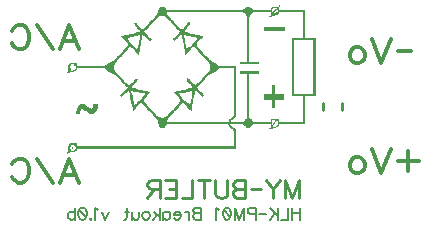
<source format=gbr>
G04 DipTrace 2.4.0.2*
%INBottomSilk.gbr*%
%MOIN*%
%ADD10C,0.0098*%
%ADD12C,0.003*%
%ADD30C,0.0124*%
%ADD31C,0.0093*%
%ADD32C,0.0062*%
%FSLAX44Y44*%
G04*
G70*
G90*
G75*
G01*
%LNBotSilk*%
%LPD*%
X15891Y8728D2*
D10*
Y8492D1*
X15262Y8728D2*
Y8492D1*
X13790Y11984D2*
D12*
D3*
Y11954D2*
D3*
X9830Y11924D2*
X9950D1*
X12710D2*
X12800D1*
X13550D2*
X13760D1*
X9806Y11894D2*
X9980D1*
X12664D2*
X12844D1*
X13536D2*
X13550D1*
X13724D2*
X13760D1*
X9789Y11864D2*
X10010D1*
X12614D2*
X12884D1*
X13527D2*
X13536D1*
X13670D2*
X13700D1*
X13742D2*
X13760D1*
X9779Y11834D2*
X13528D1*
X13640D2*
X13667D1*
X13752D2*
X14630D1*
X9774Y11804D2*
X13525D1*
X13640D2*
X13637D1*
X13758D2*
X14630D1*
X9769Y11774D2*
X13528D1*
X13610D2*
X13608D1*
X13753D2*
X14630D1*
X9761Y11744D2*
X10015D1*
X12613D2*
X12887D1*
X13520D2*
X13556D1*
X13580D2*
X13579D1*
X13725D2*
X13760D1*
X14600D2*
X14630D1*
X9745Y11714D2*
X10024D1*
X12657D2*
X12853D1*
X13520D2*
X13636D1*
X13645D2*
X13760D1*
X14600D2*
X14630D1*
X9724Y11684D2*
X10037D1*
X12689D2*
X12824D1*
X13520D2*
X13702D1*
X14600D2*
X14630D1*
X9702Y11654D2*
X10055D1*
X12711D2*
X12801D1*
X13520D2*
X13609D1*
X14600D2*
X14630D1*
X9676Y11624D2*
X9766D1*
X10010D2*
X10081D1*
X12725D2*
X12786D1*
X13460D2*
X13490D1*
X14600D2*
X14630D1*
X9650Y11594D2*
X9729D1*
X10039D2*
X10114D1*
X12734D2*
X12777D1*
X14600D2*
X14630D1*
X9624Y11564D2*
X9695D1*
X10065D2*
X10146D1*
X12738D2*
X12773D1*
X14600D2*
X14630D1*
X9601Y11534D2*
X9667D1*
X10089D2*
X10174D1*
X12739D2*
X12771D1*
X14600D2*
X14630D1*
X9575Y11504D2*
X9642D1*
X10115D2*
X10198D1*
X12740D2*
X12771D1*
X14600D2*
X14630D1*
X9543Y11474D2*
X9616D1*
X10147D2*
X10224D1*
X12740D2*
X12770D1*
X14600D2*
X14630D1*
X9509Y11444D2*
X9590D1*
X10181D2*
X10251D1*
X12740D2*
X12770D1*
X14600D2*
X14630D1*
X8990Y11414D2*
D3*
X9479D2*
X9563D1*
X10211D2*
X10277D1*
X10760D2*
X10790D1*
X12740D2*
X12770D1*
X14600D2*
X14630D1*
X8979Y11384D2*
X9020D1*
X9454D2*
X9537D1*
X10236D2*
X10303D1*
X10741D2*
X10802D1*
X12740D2*
X12770D1*
X14600D2*
X14630D1*
X8982Y11354D2*
X9041D1*
X9431D2*
X9508D1*
X10260D2*
X10333D1*
X10719D2*
X10795D1*
X12740D2*
X12770D1*
X14600D2*
X14630D1*
X9001Y11324D2*
X9070D1*
X9405D2*
X9476D1*
X10286D2*
X10365D1*
X10695D2*
X10768D1*
X12740D2*
X12770D1*
X14600D2*
X14630D1*
X9024Y11294D2*
X9102D1*
X9374D2*
X9444D1*
X10316D2*
X10396D1*
X10669D2*
X10737D1*
X12740D2*
X12770D1*
X14600D2*
X14630D1*
X9048Y11264D2*
X9132D1*
X9342D2*
X9417D1*
X10348D2*
X10424D1*
X10643D2*
X10709D1*
X12740D2*
X12770D1*
X13310D2*
X13970D1*
X14600D2*
X14630D1*
X9074Y11234D2*
X9158D1*
X9311D2*
X9393D1*
X10378D2*
X10449D1*
X10616D2*
X10684D1*
X12740D2*
X12770D1*
X13310D2*
X13970D1*
X14600D2*
X14630D1*
X9102Y11204D2*
X9186D1*
X9279D2*
X9369D1*
X10406D2*
X10476D1*
X10582D2*
X10662D1*
X12740D2*
X12770D1*
X13310D2*
X13970D1*
X14600D2*
X14630D1*
X9129Y11174D2*
X9221D1*
X9242D2*
X9340D1*
X10433D2*
X10511D1*
X10538D2*
X10642D1*
X12740D2*
X12770D1*
X13310D2*
X13970D1*
X14600D2*
X14630D1*
X9149Y11144D2*
X9302D1*
X10461D2*
X10627D1*
X12740D2*
X12770D1*
X13310D2*
X13970D1*
X14600D2*
X14630D1*
X9162Y11114D2*
X9260D1*
X10490D2*
X10617D1*
X12740D2*
X12770D1*
X14600D2*
X14630D1*
X9020Y11084D2*
X9294D1*
X10470D2*
X10730D1*
X12740D2*
X12770D1*
X14600D2*
X14630D1*
X9020Y11054D2*
X9324D1*
X10448D2*
X10730D1*
X12740D2*
X12770D1*
X14600D2*
X14630D1*
X8851Y11024D2*
X9352D1*
X10420D2*
X10905D1*
X12740D2*
X12770D1*
X14600D2*
X14630D1*
X8692Y10994D2*
X9007D1*
X9170D2*
X9200D1*
X9283D2*
X9380D1*
X10387D2*
X10461D1*
X10550D2*
X10610D1*
X10755D2*
X11074D1*
X12740D2*
X12770D1*
X14600D2*
X14630D1*
X8540Y10964D2*
X8872D1*
X9170D2*
X9200D1*
X9327D2*
X9406D1*
X10355D2*
X10435D1*
X10551D2*
X10610D1*
X10924D2*
X11240D1*
X12740D2*
X12770D1*
X14600D2*
X14630D1*
X8560Y10934D2*
X8779D1*
X9169D2*
X9199D1*
X9360D2*
X9430D1*
X10327D2*
X10411D1*
X10553D2*
X10611D1*
X11090D2*
X11219D1*
X12740D2*
X12770D1*
X14600D2*
X14630D1*
X8581Y10904D2*
X8711D1*
X9165D2*
X9195D1*
X9387D2*
X9456D1*
X10302D2*
X10385D1*
X10558D2*
X10615D1*
X11084D2*
X11195D1*
X12740D2*
X12770D1*
X14600D2*
X14630D1*
X8607Y10874D2*
X8714D1*
X9158D2*
X9188D1*
X9414D2*
X9491D1*
X10277D2*
X10353D1*
X10574D2*
X10622D1*
X11072D2*
X11163D1*
X12740D2*
X12770D1*
X14240D2*
X14990D1*
X8637Y10844D2*
X8731D1*
X9150D2*
X9180D1*
X9442D2*
X9530D1*
X10250D2*
X10317D1*
X10590D2*
X10630D1*
X11051D2*
X11128D1*
X12740D2*
X12770D1*
X14240D2*
X14990D1*
X8672Y10814D2*
X8754D1*
X9145D2*
X9175D1*
X9470D2*
D3*
X10280D2*
D3*
X10600D2*
X10635D1*
X11023D2*
X11096D1*
X12740D2*
X12770D1*
X14240D2*
X14270D1*
X14930D2*
X14990D1*
X8705Y10784D2*
X8777D1*
X9142D2*
X9172D1*
X10606D2*
X10638D1*
X10992D2*
X11067D1*
X12740D2*
X12770D1*
X14240D2*
X14270D1*
X14930D2*
X14990D1*
X8732Y10754D2*
X8800D1*
X9139D2*
X9170D1*
X10610D2*
X10641D1*
X10962D2*
X11045D1*
X12740D2*
X12770D1*
X14240D2*
X14270D1*
X14930D2*
X14990D1*
X8751Y10724D2*
X8826D1*
X9131D2*
X9166D1*
X10615D2*
X10645D1*
X10935D2*
X11028D1*
X12740D2*
X12770D1*
X14240D2*
X14270D1*
X14930D2*
X14990D1*
X8764Y10694D2*
X8857D1*
X9116D2*
X9158D1*
X10622D2*
X10652D1*
X10908D2*
X11016D1*
X12740D2*
X12770D1*
X14240D2*
X14270D1*
X14930D2*
X14990D1*
X8760Y10664D2*
X8891D1*
X9101D2*
X9150D1*
X10630D2*
X10660D1*
X10880D2*
X11023D1*
X12740D2*
X12770D1*
X14240D2*
X14270D1*
X14930D2*
X14990D1*
X8744Y10634D2*
X8921D1*
X9090D2*
X9145D1*
X10635D2*
X10666D1*
X10853D2*
X11036D1*
X12740D2*
X12770D1*
X14240D2*
X14270D1*
X14930D2*
X14990D1*
X8723Y10604D2*
X8774D1*
X8878D2*
X8946D1*
X9084D2*
X9142D1*
X10638D2*
X10671D1*
X10825D2*
X10874D1*
X11006D2*
X11053D1*
X12740D2*
X12770D1*
X14240D2*
X14270D1*
X14930D2*
X14990D1*
X8696Y10574D2*
X8762D1*
X8900D2*
X8971D1*
X9081D2*
X9140D1*
X10641D2*
X10678D1*
X10786D2*
X10862D1*
X11019D2*
X11073D1*
X12740D2*
X12770D1*
X14240D2*
X14270D1*
X14930D2*
X14990D1*
X8665Y10544D2*
X8741D1*
X8928D2*
X9001D1*
X9075D2*
X9136D1*
X10645D2*
X10701D1*
X10732D2*
X10841D1*
X11039D2*
X11101D1*
X12740D2*
X12770D1*
X14240D2*
X14270D1*
X14930D2*
X14990D1*
X8634Y10514D2*
X8713D1*
X8958D2*
X9038D1*
X9064D2*
X9128D1*
X10652D2*
X10813D1*
X11063D2*
X11134D1*
X12740D2*
X12770D1*
X14240D2*
X14270D1*
X14930D2*
X14990D1*
X8607Y10484D2*
X8682D1*
X8985D2*
X9120D1*
X10660D2*
X10782D1*
X11087D2*
X11166D1*
X12740D2*
X12770D1*
X14240D2*
X14270D1*
X14930D2*
X14990D1*
X8583Y10454D2*
X8652D1*
X9008D2*
X9115D1*
X10665D2*
X10752D1*
X11110D2*
X11194D1*
X12740D2*
X12770D1*
X14240D2*
X14270D1*
X14930D2*
X14990D1*
X8559Y10424D2*
X8625D1*
X9030D2*
X9112D1*
X10668D2*
X10725D1*
X11136D2*
X11218D1*
X12740D2*
X12770D1*
X14240D2*
X14270D1*
X14930D2*
X14990D1*
X8531Y10394D2*
X8598D1*
X9055D2*
X9111D1*
X10670D2*
X10698D1*
X11167D2*
X11244D1*
X12740D2*
X12770D1*
X14240D2*
X14270D1*
X14930D2*
X14990D1*
X8497Y10364D2*
X8570D1*
X9080D2*
X9110D1*
X10670D2*
D3*
X11201D2*
X11271D1*
X12740D2*
X12770D1*
X14240D2*
X14270D1*
X14930D2*
X14990D1*
X8465Y10334D2*
X8545D1*
X11231D2*
X11297D1*
X12740D2*
X12770D1*
X14240D2*
X14270D1*
X14930D2*
X14990D1*
X8437Y10304D2*
X8521D1*
X11256D2*
X11323D1*
X12740D2*
X12770D1*
X14240D2*
X14270D1*
X14930D2*
X14990D1*
X8412Y10274D2*
X8495D1*
X11280D2*
X11353D1*
X12740D2*
X12770D1*
X14240D2*
X14270D1*
X14930D2*
X14990D1*
X8386Y10244D2*
X8463D1*
X11306D2*
X11385D1*
X12740D2*
X12770D1*
X14240D2*
X14270D1*
X14930D2*
X14990D1*
X8360Y10214D2*
X8429D1*
X11336D2*
X11416D1*
X12740D2*
X12770D1*
X14240D2*
X14270D1*
X14930D2*
X14990D1*
X8333Y10184D2*
X8399D1*
X11368D2*
X11445D1*
X12740D2*
X12770D1*
X14240D2*
X14270D1*
X14930D2*
X14990D1*
X8302Y10154D2*
X8374D1*
X11398D2*
X11473D1*
X12740D2*
X12770D1*
X14240D2*
X14270D1*
X14930D2*
X14990D1*
X8257Y10124D2*
X8351D1*
X11426D2*
X11515D1*
X12740D2*
X12770D1*
X14240D2*
X14270D1*
X14930D2*
X14990D1*
X7070Y10094D2*
D3*
X8192D2*
X8327D1*
X11452D2*
X11576D1*
X12500D2*
X13100D1*
X14240D2*
X14270D1*
X14930D2*
X14990D1*
X6830Y10064D2*
X7040D1*
X8123D2*
X8305D1*
X11475D2*
X11640D1*
X12500D2*
X13100D1*
X14240D2*
X14270D1*
X14930D2*
X14990D1*
X6803Y10034D2*
X6830D1*
X6969D2*
X7040D1*
X8068D2*
X8288D1*
X11492D2*
X11690D1*
X14240D2*
X14270D1*
X14930D2*
X14990D1*
X6782Y10004D2*
X6816D1*
X6950D2*
D3*
X7009D2*
X7040D1*
X8026D2*
X8278D1*
X11502D2*
X11727D1*
X14240D2*
X14270D1*
X14930D2*
X14990D1*
X6776Y9974D2*
X6808D1*
X6950D2*
D3*
X7028D2*
X7040D1*
X8012D2*
X8274D1*
X11507D2*
X11740D1*
X14240D2*
X14270D1*
X14930D2*
X14990D1*
X6773Y9944D2*
X6805D1*
X6920D2*
D3*
X7035D2*
X8272D1*
X11509D2*
X12320D1*
X14240D2*
X14270D1*
X14930D2*
X14990D1*
X6771Y9914D2*
X6807D1*
X6890D2*
D3*
X7031D2*
X8271D1*
X11510D2*
X12320D1*
X14240D2*
X14270D1*
X14930D2*
X14990D1*
X6771Y9884D2*
X6813D1*
X6860D2*
D3*
X7015D2*
X7040D1*
X7997D2*
X8272D1*
X11509D2*
X11754D1*
X12290D2*
X12320D1*
X14240D2*
X14270D1*
X14930D2*
X14990D1*
X6770Y9854D2*
X6822D1*
X6997D2*
X7040D1*
X8028D2*
X8277D1*
X11504D2*
X11727D1*
X12290D2*
X12320D1*
X14240D2*
X14270D1*
X14930D2*
X14990D1*
X6770Y9824D2*
X6830D1*
X6980D2*
D3*
X8074D2*
X8289D1*
X11492D2*
X11685D1*
X12290D2*
X12320D1*
X14240D2*
X14270D1*
X14930D2*
X14990D1*
X6770Y9794D2*
X6875D1*
X8139D2*
X8309D1*
X11471D2*
X11625D1*
X12290D2*
X12320D1*
X12500D2*
X13100D1*
X14240D2*
X14270D1*
X14930D2*
X14990D1*
X6740Y9764D2*
D3*
X8208D2*
X8333D1*
X11443D2*
X11560D1*
X12290D2*
X12320D1*
X12500D2*
X13100D1*
X14240D2*
X14270D1*
X14930D2*
X14990D1*
X8264Y9734D2*
X8357D1*
X11412D2*
X11509D1*
X12290D2*
X12320D1*
X12740D2*
X12770D1*
X14240D2*
X14270D1*
X14930D2*
X14990D1*
X8304Y9704D2*
X8380D1*
X11382D2*
X11473D1*
X12290D2*
X12320D1*
X12740D2*
X12770D1*
X14240D2*
X14270D1*
X14930D2*
X14990D1*
X8335Y9674D2*
X8406D1*
X11355D2*
X11443D1*
X12290D2*
X12320D1*
X12740D2*
X12770D1*
X14240D2*
X14270D1*
X14930D2*
X14990D1*
X8363Y9644D2*
X8437D1*
X11327D2*
X11412D1*
X12290D2*
X12320D1*
X12740D2*
X12770D1*
X14240D2*
X14270D1*
X14930D2*
X14990D1*
X8393Y9614D2*
X8472D1*
X11299D2*
X11377D1*
X12290D2*
X12320D1*
X12740D2*
X12770D1*
X14240D2*
X14270D1*
X14930D2*
X14990D1*
X8425Y9584D2*
X8505D1*
X11271D2*
X11341D1*
X12290D2*
X12320D1*
X12740D2*
X12770D1*
X14240D2*
X14270D1*
X14930D2*
X14990D1*
X8458Y9554D2*
X8534D1*
X9020D2*
D3*
X10730D2*
D3*
X11244D2*
X11310D1*
X12290D2*
X12320D1*
X12740D2*
X12770D1*
X14240D2*
X14270D1*
X14930D2*
X14990D1*
X8488Y9524D2*
X8558D1*
X9000D2*
X9050D1*
X10719D2*
X10790D1*
X11217D2*
X11285D1*
X12290D2*
X12320D1*
X12740D2*
X12770D1*
X14240D2*
X14270D1*
X14930D2*
X14990D1*
X8516Y9494D2*
X8581D1*
X8978D2*
X9034D1*
X10722D2*
X10806D1*
X11188D2*
X11261D1*
X12290D2*
X12320D1*
X12740D2*
X12770D1*
X14240D2*
X14270D1*
X14930D2*
X14990D1*
X8543Y9464D2*
X8610D1*
X8950D2*
X9013D1*
X10745D2*
X10828D1*
X11156D2*
X11235D1*
X12290D2*
X12320D1*
X12740D2*
X12770D1*
X14240D2*
X14270D1*
X14930D2*
X14990D1*
X8570Y9434D2*
X8643D1*
X8917D2*
X8988D1*
X10776D2*
X10852D1*
X11124D2*
X11204D1*
X12290D2*
X12320D1*
X12740D2*
X12770D1*
X14240D2*
X14270D1*
X14930D2*
X14990D1*
X8596Y9404D2*
X8676D1*
X8884D2*
X8964D1*
X10807D2*
X10878D1*
X11096D2*
X11172D1*
X12290D2*
X12320D1*
X12740D2*
X12770D1*
X14240D2*
X14270D1*
X14930D2*
X14990D1*
X8620Y9374D2*
X8705D1*
X8856D2*
X8941D1*
X10834D2*
X10905D1*
X11072D2*
X11142D1*
X12290D2*
X12320D1*
X12740D2*
X12770D1*
X14240D2*
X14270D1*
X14930D2*
X14990D1*
X8646Y9344D2*
X8734D1*
X8826D2*
X8916D1*
X10857D2*
X10939D1*
X11045D2*
X11115D1*
X12290D2*
X12320D1*
X12740D2*
X12770D1*
X14240D2*
X14270D1*
X14930D2*
X14990D1*
X8678Y9314D2*
X8770D1*
X8791D2*
X8889D1*
X10878D2*
X10982D1*
X11010D2*
X11088D1*
X12290D2*
X12320D1*
X12740D2*
X12770D1*
X13550D2*
X13640D1*
X14240D2*
X14270D1*
X14930D2*
X14990D1*
X8714Y9284D2*
X8867D1*
X10894D2*
X11059D1*
X12290D2*
X12320D1*
X12740D2*
X12770D1*
X13550D2*
X13640D1*
X14240D2*
X14270D1*
X14930D2*
X14990D1*
X8750Y9254D2*
X8851D1*
X10903D2*
X11030D1*
X12290D2*
X12320D1*
X12740D2*
X12770D1*
X13550D2*
X13640D1*
X14240D2*
X14270D1*
X14930D2*
X14990D1*
X8726Y9224D2*
X8990D1*
X10760D2*
X11050D1*
X12290D2*
X12320D1*
X12740D2*
X12770D1*
X13550D2*
X13640D1*
X14240D2*
X14270D1*
X14930D2*
X14990D1*
X8697Y9194D2*
X8990D1*
X10760D2*
X11072D1*
X12290D2*
X12320D1*
X12740D2*
X12770D1*
X13550D2*
X13640D1*
X14240D2*
X14270D1*
X14930D2*
X14990D1*
X8665Y9164D2*
X9159D1*
X10600D2*
X11100D1*
X12290D2*
X12320D1*
X12740D2*
X12770D1*
X13550D2*
X13640D1*
X14240D2*
X14270D1*
X14930D2*
X14990D1*
X8634Y9134D2*
X8717D1*
X8810D2*
X8840D1*
X9015D2*
X9318D1*
X10440D2*
X10730D1*
X10910D2*
X10970D1*
X11059D2*
X11134D1*
X12290D2*
X12320D1*
X12740D2*
X12770D1*
X13550D2*
X13640D1*
X14240D2*
X14270D1*
X14930D2*
X14990D1*
X8607Y9104D2*
X8683D1*
X8810D2*
X8841D1*
X9184D2*
X9470D1*
X10280D2*
X10580D1*
X10910D2*
X10970D1*
X11085D2*
X11166D1*
X12290D2*
X12320D1*
X12740D2*
X12770D1*
X13550D2*
X13640D1*
X14240D2*
X14270D1*
X14930D2*
X14990D1*
X8583Y9074D2*
X8653D1*
X8811D2*
X8843D1*
X9350D2*
X9451D1*
X10301D2*
X10430D1*
X10909D2*
X10968D1*
X11109D2*
X11194D1*
X12290D2*
X12320D1*
X12740D2*
X12770D1*
X13550D2*
X13640D1*
X14240D2*
X14270D1*
X14930D2*
X14990D1*
X8560Y9044D2*
X8625D1*
X8815D2*
X8848D1*
X9343D2*
X9429D1*
X10326D2*
X10436D1*
X10905D2*
X10963D1*
X11135D2*
X11218D1*
X12290D2*
X12320D1*
X12740D2*
X12770D1*
X13550D2*
X13640D1*
X14240D2*
X14270D1*
X14930D2*
X14990D1*
X8536Y9014D2*
X8598D1*
X8822D2*
X8864D1*
X9321D2*
X9405D1*
X10358D2*
X10449D1*
X10898D2*
X10947D1*
X11168D2*
X11244D1*
X12290D2*
X12320D1*
X12740D2*
X12770D1*
X13310D2*
X13940D1*
X14240D2*
X14990D1*
X8510Y8984D2*
X8569D1*
X8830D2*
X8880D1*
X9294D2*
X9379D1*
X10391D2*
X10468D1*
X10890D2*
X10931D1*
X11204D2*
X11270D1*
X12290D2*
X12320D1*
X12740D2*
X12770D1*
X13310D2*
X13940D1*
X14240D2*
X14990D1*
X8540Y8954D2*
D3*
X8835D2*
X8890D1*
X9267D2*
X9353D1*
X10421D2*
X10490D1*
X10885D2*
X10920D1*
X11240D2*
D3*
X12290D2*
X12320D1*
X12740D2*
X12770D1*
X13310D2*
X13940D1*
X14600D2*
X14630D1*
X8838Y8924D2*
X8896D1*
X9243D2*
X9327D1*
X10446D2*
X10514D1*
X10882D2*
X10914D1*
X12290D2*
X12320D1*
X12740D2*
X12770D1*
X13310D2*
X13940D1*
X14600D2*
X14630D1*
X8841Y8894D2*
X8900D1*
X9220D2*
X9299D1*
X10468D2*
X10543D1*
X10880D2*
X10911D1*
X12290D2*
X12320D1*
X12740D2*
X12770D1*
X13310D2*
X13940D1*
X14600D2*
X14630D1*
X8845Y8864D2*
X8905D1*
X9195D2*
X9273D1*
X10487D2*
X10575D1*
X10876D2*
X10906D1*
X12290D2*
X12320D1*
X12740D2*
X12770D1*
X13550D2*
X13640D1*
X14600D2*
X14630D1*
X8852Y8834D2*
X8912D1*
X9164D2*
X9252D1*
X10502D2*
X10606D1*
X10868D2*
X10898D1*
X12290D2*
X12320D1*
X12740D2*
X12770D1*
X13550D2*
X13640D1*
X14600D2*
X14630D1*
X8860Y8804D2*
X8920D1*
X9132D2*
X9250D1*
X10500D2*
X10634D1*
X10860D2*
X10891D1*
X12290D2*
X12320D1*
X12740D2*
X12770D1*
X13550D2*
X13640D1*
X14600D2*
X14630D1*
X8865Y8774D2*
X8925D1*
X9102D2*
X9264D1*
X10491D2*
X10658D1*
X10855D2*
X10885D1*
X12290D2*
X12320D1*
X12740D2*
X12770D1*
X13550D2*
X13640D1*
X14600D2*
X14630D1*
X8868Y8744D2*
X8928D1*
X9075D2*
X9287D1*
X10475D2*
X10684D1*
X10849D2*
X10882D1*
X12290D2*
X12320D1*
X12740D2*
X12770D1*
X13550D2*
X13640D1*
X14600D2*
X14630D1*
X8872Y8714D2*
X8931D1*
X9046D2*
X9136D1*
X9231D2*
X9317D1*
X10453D2*
X10520D1*
X10640D2*
X10723D1*
X10839D2*
X10880D1*
X12290D2*
X12320D1*
X12740D2*
X12770D1*
X13550D2*
X13640D1*
X14600D2*
X14630D1*
X7160Y8684D2*
X7280D1*
X7610D2*
X7730D1*
X8880D2*
X8936D1*
X9013D2*
X9099D1*
X9264D2*
X9347D1*
X10424D2*
X10491D1*
X10669D2*
X10781D1*
X10804D2*
X10876D1*
X12290D2*
X12320D1*
X12740D2*
X12770D1*
X13550D2*
X13640D1*
X14600D2*
X14630D1*
X7131Y8654D2*
X7321D1*
X7609D2*
X7730D1*
X8895D2*
X8946D1*
X8974D2*
X9065D1*
X9297D2*
X9374D1*
X10392D2*
X10465D1*
X10695D2*
X10868D1*
X12290D2*
X12320D1*
X12740D2*
X12770D1*
X13550D2*
X13640D1*
X14600D2*
X14630D1*
X7110Y8624D2*
X7357D1*
X7605D2*
X7729D1*
X8910D2*
X9037D1*
X9328D2*
X9398D1*
X10362D2*
X10442D1*
X10719D2*
X10860D1*
X12290D2*
X12320D1*
X12740D2*
X12770D1*
X13550D2*
X13640D1*
X14600D2*
X14630D1*
X7093Y8594D2*
X7398D1*
X7596D2*
X7725D1*
X8921D2*
X9012D1*
X9356D2*
X9421D1*
X10335D2*
X10419D1*
X10745D2*
X10855D1*
X12290D2*
X12320D1*
X12740D2*
X12770D1*
X13550D2*
X13640D1*
X14600D2*
X14630D1*
X7078Y8564D2*
X7454D1*
X7579D2*
X7717D1*
X8926D2*
X8986D1*
X9383D2*
X9450D1*
X10308D2*
X10391D1*
X10778D2*
X10852D1*
X12290D2*
X12320D1*
X12740D2*
X12770D1*
X14600D2*
X14630D1*
X7064Y8534D2*
X7166D1*
X7273D2*
X7527D1*
X7552D2*
X7705D1*
X8929D2*
X8959D1*
X9410D2*
X9483D1*
X10280D2*
X10357D1*
X10814D2*
X10851D1*
X12290D2*
X12320D1*
X12740D2*
X12770D1*
X14600D2*
X14630D1*
X7053Y8504D2*
X7149D1*
X7317D2*
X7693D1*
X8930D2*
D3*
X9436D2*
X9516D1*
X10255D2*
X10325D1*
X10850D2*
D3*
X12290D2*
X12320D1*
X12740D2*
X12770D1*
X14600D2*
X14630D1*
X7046Y8474D2*
X7139D1*
X7352D2*
X7679D1*
X9460D2*
X9544D1*
X10231D2*
X10297D1*
X12290D2*
X12320D1*
X12740D2*
X12770D1*
X14600D2*
X14630D1*
X7043Y8444D2*
X7134D1*
X7389D2*
X7663D1*
X9486D2*
X9568D1*
X10205D2*
X10272D1*
X12290D2*
X12320D1*
X12740D2*
X12770D1*
X14600D2*
X14630D1*
X7041Y8414D2*
X7132D1*
X7436D2*
X7625D1*
X9517D2*
X9594D1*
X10173D2*
X10246D1*
X12290D2*
X12320D1*
X12740D2*
X12770D1*
X14600D2*
X14630D1*
X7040Y8384D2*
X7130D1*
X7490D2*
X7580D1*
X9551D2*
X9621D1*
X10139D2*
X10220D1*
X12290D2*
X12320D1*
X12740D2*
X12770D1*
X14600D2*
X14630D1*
X9581Y8354D2*
X9647D1*
X10109D2*
X10193D1*
X12289D2*
X12320D1*
X12740D2*
X12770D1*
X14600D2*
X14630D1*
X9606Y8324D2*
X9674D1*
X10083D2*
X10167D1*
X12285D2*
X12320D1*
X12740D2*
X12770D1*
X14600D2*
X14630D1*
X9630Y8294D2*
X9712D1*
X10058D2*
X10138D1*
X12267D2*
X12317D1*
X12739D2*
X12772D1*
X14600D2*
X14630D1*
X9656Y8264D2*
X9776D1*
X9996D2*
X10106D1*
X12230D2*
X12308D1*
X12734D2*
X12775D1*
X14600D2*
X14630D1*
X9686Y8234D2*
X9881D1*
X9896D2*
X10074D1*
X12193D2*
X12274D1*
X12724D2*
X12793D1*
X13790D2*
D3*
X14600D2*
X14630D1*
X9717Y8204D2*
X10048D1*
X12162D2*
X12232D1*
X12699D2*
X12819D1*
X13550D2*
X13760D1*
X14600D2*
X14630D1*
X9742Y8174D2*
X10029D1*
X12140D2*
X12193D1*
X12671D2*
X12847D1*
X13536D2*
X13550D1*
X13724D2*
X13760D1*
X14600D2*
X14630D1*
X9760Y8144D2*
X10019D1*
X12125D2*
X12162D1*
X12647D2*
X12868D1*
X13528D2*
X13536D1*
X13670D2*
X13700D1*
X13742D2*
X13760D1*
X14600D2*
X14630D1*
X9766Y8114D2*
X10014D1*
X12116D2*
X12150D1*
X12632D2*
X12881D1*
X13523D2*
X13528D1*
X13670D2*
X13674D1*
X13752D2*
X13760D1*
X14600D2*
X14630D1*
X9770Y8084D2*
X13525D1*
X13640D2*
X13644D1*
X13756D2*
X14630D1*
X9775Y8054D2*
X13527D1*
X13610D2*
X13614D1*
X13754D2*
X14630D1*
X9783Y8024D2*
X10015D1*
X12105D2*
X12137D1*
X12610D2*
X12894D1*
X13520D2*
X13533D1*
X13580D2*
X13587D1*
X13747D2*
X13760D1*
X9796Y7994D2*
X9993D1*
X12123D2*
X12165D1*
X12650D2*
X12867D1*
X13520D2*
X13567D1*
X13739D2*
X13760D1*
X9812Y7964D2*
X9972D1*
X12141D2*
X12201D1*
X12681D2*
X12836D1*
X13520D2*
X13550D1*
X13730D2*
X13719D1*
X9830Y7934D2*
X9950D1*
X12165D2*
X12243D1*
X12710D2*
X12800D1*
X13520D2*
X13615D1*
X12200Y7904D2*
X12279D1*
X13460D2*
X13490D1*
X12237Y7874D2*
X12305D1*
X12267Y7844D2*
X12313D1*
X12279Y7814D2*
X12317D1*
X12286Y7784D2*
X12319D1*
X12288Y7754D2*
X12320D1*
X12290Y7724D2*
X12320D1*
X12290Y7694D2*
X12320D1*
X12290Y7664D2*
X12320D1*
X12290Y7634D2*
X12320D1*
X12290Y7604D2*
X12320D1*
X12290Y7574D2*
X12320D1*
X12290Y7544D2*
X12320D1*
X12290Y7514D2*
X12320D1*
X12290Y7484D2*
X12320D1*
X12290Y7454D2*
X12320D1*
X7070Y7424D2*
D3*
X12290D2*
X12320D1*
X6830Y7394D2*
X7040D1*
X12290D2*
X12320D1*
X6810Y7364D2*
X7040D1*
X12290D2*
X12320D1*
X6792Y7334D2*
X6830D1*
X6969D2*
X7040D1*
X12290D2*
X12320D1*
X6781Y7304D2*
X6816D1*
X6950D2*
D3*
X7009D2*
X7040D1*
X12290D2*
X12320D1*
X6775Y7274D2*
X6808D1*
X6920D2*
D3*
X7028D2*
X12320D1*
X6772Y7244D2*
X6805D1*
X6890D2*
D3*
X7035D2*
X12320D1*
X6771Y7214D2*
X6807D1*
X6890D2*
D3*
X7031D2*
X12320D1*
X6771Y7184D2*
X6817D1*
X6860D2*
D3*
X7008D2*
X7040D1*
X6770Y7154D2*
X6830D1*
X6980D2*
X7040D1*
X6770Y7124D2*
X6898D1*
X6740Y7094D2*
D3*
Y7064D2*
D3*
X13790Y11984D2*
Y11954D1*
X9830Y11924D2*
X9806Y11894D1*
X9789Y11864D1*
X9779Y11834D1*
X9774Y11804D1*
X9769Y11774D1*
X9761Y11744D1*
X9745Y11714D1*
X9724Y11684D1*
X9702Y11654D1*
X9676Y11624D1*
X9650Y11594D1*
X9624Y11564D1*
X9601Y11534D1*
X9575Y11504D1*
X9543Y11474D1*
X9509Y11444D1*
X9479Y11414D1*
X9454Y11384D1*
X9431Y11354D1*
X9405Y11324D1*
X9374Y11294D1*
X9342Y11264D1*
X9311Y11234D1*
X9279Y11204D1*
X9242Y11174D1*
X9200Y11144D1*
X9950Y11924D2*
X9980Y11894D1*
X10010Y11864D1*
X10040Y11834D1*
X12710Y11924D2*
X12664Y11894D1*
X12614Y11864D1*
X12560Y11834D1*
X12800Y11924D2*
X12844Y11894D1*
X12884Y11864D1*
X12920Y11834D1*
X13550Y11924D2*
X13536Y11894D1*
X13527Y11864D1*
X13520Y11834D1*
X13760Y11924D2*
Y11894D1*
Y11864D1*
Y11834D1*
X13550Y11894D2*
X13536Y11864D1*
X13528Y11834D1*
X13525Y11804D1*
X13528Y11774D1*
X13556Y11744D1*
X13636Y11714D1*
X13730Y11684D1*
X13700Y11924D2*
X13724Y11894D1*
X13742Y11864D1*
X13752Y11834D1*
X13758Y11804D1*
X13753Y11774D1*
X13725Y11744D1*
X13645Y11714D1*
X13550Y11684D1*
X13670Y11864D2*
X13700D2*
X13667Y11834D1*
X13637Y11804D1*
X13608Y11774D1*
X13579Y11744D1*
X13550Y11714D1*
X13670Y11684D1*
X14630Y11834D2*
Y11804D1*
Y11774D1*
Y11744D1*
Y11714D1*
Y11684D1*
Y11654D1*
Y11624D1*
Y11594D1*
Y11564D1*
Y11534D1*
Y11504D1*
Y11474D1*
Y11444D1*
Y11414D1*
Y11384D1*
Y11354D1*
Y11324D1*
Y11294D1*
Y11264D1*
Y11234D1*
Y11204D1*
Y11174D1*
Y11144D1*
Y11114D1*
Y11084D1*
Y11054D1*
Y11024D1*
Y10994D1*
Y10964D1*
Y10934D1*
Y10904D1*
Y10874D1*
X10010Y11774D2*
X10015Y11744D1*
X10024Y11714D1*
X10037Y11684D1*
X10055Y11654D1*
X10081Y11624D1*
X10114Y11594D1*
X10146Y11564D1*
X10174Y11534D1*
X10198Y11504D1*
X10224Y11474D1*
X10251Y11444D1*
X10277Y11414D1*
X10303Y11384D1*
X10333Y11354D1*
X10365Y11324D1*
X10396Y11294D1*
X10424Y11264D1*
X10449Y11234D1*
X10476Y11204D1*
X10511Y11174D1*
X10550Y11144D1*
X12560Y11774D2*
X12613Y11744D1*
X12657Y11714D1*
X12689Y11684D1*
X12711Y11654D1*
X12725Y11624D1*
X12734Y11594D1*
X12738Y11564D1*
X12739Y11534D1*
X12740Y11504D1*
Y11474D1*
Y11444D1*
Y11414D1*
Y11384D1*
Y11354D1*
Y11324D1*
Y11294D1*
Y11264D1*
Y11234D1*
Y11204D1*
Y11174D1*
Y11144D1*
Y11114D1*
Y11084D1*
Y11054D1*
Y11024D1*
Y10994D1*
Y10964D1*
Y10934D1*
Y10904D1*
Y10874D1*
Y10844D1*
Y10814D1*
Y10784D1*
Y10754D1*
Y10724D1*
Y10694D1*
Y10664D1*
Y10634D1*
Y10604D1*
Y10574D1*
Y10544D1*
Y10514D1*
Y10484D1*
Y10454D1*
Y10424D1*
Y10394D1*
Y10364D1*
Y10334D1*
Y10304D1*
Y10274D1*
Y10244D1*
Y10214D1*
Y10184D1*
Y10154D1*
Y10124D1*
Y10094D1*
X12500D1*
Y10064D1*
X12920Y11774D2*
X12887Y11744D1*
X12853Y11714D1*
X12824Y11684D1*
X12801Y11654D1*
X12786Y11624D1*
X12777Y11594D1*
X12773Y11564D1*
X12771Y11534D1*
Y11504D1*
X12770Y11474D1*
Y11444D1*
Y11414D1*
Y11384D1*
Y11354D1*
Y11324D1*
Y11294D1*
Y11264D1*
Y11234D1*
Y11204D1*
Y11174D1*
Y11144D1*
Y11114D1*
Y11084D1*
Y11054D1*
Y11024D1*
Y10994D1*
Y10964D1*
Y10934D1*
Y10904D1*
Y10874D1*
Y10844D1*
Y10814D1*
Y10784D1*
Y10754D1*
Y10724D1*
Y10694D1*
Y10664D1*
Y10634D1*
Y10604D1*
Y10574D1*
Y10544D1*
Y10514D1*
Y10484D1*
Y10454D1*
Y10424D1*
Y10394D1*
Y10364D1*
Y10334D1*
Y10304D1*
Y10274D1*
Y10244D1*
Y10214D1*
Y10184D1*
Y10154D1*
Y10124D1*
Y10094D1*
X13100D1*
Y10064D1*
X14600Y11774D2*
Y11744D1*
Y11714D1*
Y11684D1*
Y11654D1*
Y11624D1*
Y11594D1*
Y11564D1*
Y11534D1*
Y11504D1*
Y11474D1*
Y11444D1*
Y11414D1*
Y11384D1*
Y11354D1*
Y11324D1*
Y11294D1*
Y11264D1*
Y11234D1*
Y11204D1*
Y11174D1*
Y11144D1*
Y11114D1*
Y11084D1*
Y11054D1*
Y11024D1*
Y10994D1*
Y10964D1*
Y10934D1*
Y10904D1*
Y10874D1*
X13520Y11714D2*
Y11684D1*
Y11654D1*
X13760Y11714D2*
X13702Y11684D1*
X13609Y11654D1*
X13490Y11624D1*
X9800Y11654D2*
X9766Y11624D1*
X9729Y11594D1*
X9695Y11564D1*
X9667Y11534D1*
X9642Y11504D1*
X9616Y11474D1*
X9590Y11444D1*
X9563Y11414D1*
X9537Y11384D1*
X9508Y11354D1*
X9476Y11324D1*
X9444Y11294D1*
X9417Y11264D1*
X9393Y11234D1*
X9369Y11204D1*
X9340Y11174D1*
X9302Y11144D1*
X9260Y11114D1*
X9294Y11084D1*
X9324Y11054D1*
X9352Y11024D1*
X9380Y10994D1*
X9406Y10964D1*
X9430Y10934D1*
X9456Y10904D1*
X9491Y10874D1*
X9530Y10844D1*
X9470Y10814D1*
X9980Y11654D2*
X10010Y11624D1*
X10039Y11594D1*
X10065Y11564D1*
X10089Y11534D1*
X10115Y11504D1*
X10147Y11474D1*
X10181Y11444D1*
X10211Y11414D1*
X10236Y11384D1*
X10260Y11354D1*
X10286Y11324D1*
X10316Y11294D1*
X10348Y11264D1*
X10378Y11234D1*
X10406Y11204D1*
X10433Y11174D1*
X10461Y11144D1*
X10490Y11114D1*
X10470Y11084D1*
X10448Y11054D1*
X10420Y11024D1*
X10387Y10994D1*
X10355Y10964D1*
X10327Y10934D1*
X10302Y10904D1*
X10277Y10874D1*
X10250Y10844D1*
X10280Y10814D1*
X13460Y11624D2*
X8990Y11414D2*
X8979Y11384D1*
X8982Y11354D1*
X9001Y11324D1*
X9024Y11294D1*
X9048Y11264D1*
X9074Y11234D1*
X9102Y11204D1*
X9129Y11174D1*
X9149Y11144D1*
X9162Y11114D1*
X9170Y11084D1*
X9020D1*
Y11054D1*
X8851Y11024D1*
X8692Y10994D1*
X8540Y10964D1*
X8560Y10934D1*
X8581Y10904D1*
X8607Y10874D1*
X8637Y10844D1*
X8672Y10814D1*
X8705Y10784D1*
X8732Y10754D1*
X8751Y10724D1*
X8764Y10694D1*
X8760Y10664D1*
X8744Y10634D1*
X8723Y10604D1*
X8696Y10574D1*
X8665Y10544D1*
X8634Y10514D1*
X8607Y10484D1*
X8583Y10454D1*
X8559Y10424D1*
X8531Y10394D1*
X8497Y10364D1*
X8465Y10334D1*
X8437Y10304D1*
X8412Y10274D1*
X8386Y10244D1*
X8360Y10214D1*
X8333Y10184D1*
X8302Y10154D1*
X8257Y10124D1*
X8192Y10094D1*
X8123Y10064D1*
X8068Y10034D1*
X8026Y10004D1*
X8012Y9974D1*
X8000Y9944D1*
X10760Y11414D2*
X10741Y11384D1*
X10719Y11354D1*
X10695Y11324D1*
X10669Y11294D1*
X10643Y11264D1*
X10616Y11234D1*
X10582Y11204D1*
X10538Y11174D1*
X10490Y11144D1*
X10790Y11414D2*
X10802Y11384D1*
X10795Y11354D1*
X10768Y11324D1*
X10737Y11294D1*
X10709Y11264D1*
X10684Y11234D1*
X10662Y11204D1*
X10642Y11174D1*
X10627Y11144D1*
X10617Y11114D1*
X10610Y11084D1*
X10730D1*
Y11054D1*
X10905Y11024D1*
X11074Y10994D1*
X11240Y10964D1*
X11219Y10934D1*
X11195Y10904D1*
X11163Y10874D1*
X11128Y10844D1*
X11096Y10814D1*
X11067Y10784D1*
X11045Y10754D1*
X11028Y10724D1*
X11016Y10694D1*
X11023Y10664D1*
X11036Y10634D1*
X11053Y10604D1*
X11073Y10574D1*
X11101Y10544D1*
X11134Y10514D1*
X11166Y10484D1*
X11194Y10454D1*
X11218Y10424D1*
X11244Y10394D1*
X11271Y10364D1*
X11297Y10334D1*
X11323Y10304D1*
X11353Y10274D1*
X11385Y10244D1*
X11416Y10214D1*
X11445Y10184D1*
X11473Y10154D1*
X11515Y10124D1*
X11576Y10094D1*
X11640Y10064D1*
X11690Y10034D1*
X11727Y10004D1*
X11740Y9974D1*
X11750Y9944D1*
X9020Y11384D2*
X9041Y11354D1*
X9070Y11324D1*
X9102Y11294D1*
X9132Y11264D1*
X9158Y11234D1*
X9186Y11204D1*
X9221Y11174D1*
X9260Y11144D1*
X13310Y11264D2*
Y11234D1*
Y11204D1*
Y11174D1*
Y11144D1*
X13970Y11264D2*
Y11234D1*
Y11204D1*
Y11174D1*
Y11144D1*
X9170Y11024D2*
X9007Y10994D1*
X8872Y10964D1*
X8779Y10934D1*
X8711Y10904D1*
X8714Y10874D1*
X8731Y10844D1*
X8754Y10814D1*
X8777Y10784D1*
X8800Y10754D1*
X8826Y10724D1*
X8857Y10694D1*
X8891Y10664D1*
X8921Y10634D1*
X8946Y10604D1*
X8971Y10574D1*
X9001Y10544D1*
X9038Y10514D1*
X9080Y10484D1*
X9170Y11024D2*
Y10994D1*
Y10964D1*
X9169Y10934D1*
X9165Y10904D1*
X9158Y10874D1*
X9150Y10844D1*
X9145Y10814D1*
X9142Y10784D1*
X9139Y10754D1*
X9131Y10724D1*
X9116Y10694D1*
X9101Y10664D1*
X9090Y10634D1*
X9084Y10604D1*
X9081Y10574D1*
X9075Y10544D1*
X9064Y10514D1*
X9050Y10484D1*
X9200Y11024D2*
Y10994D1*
Y10964D1*
X9199Y10934D1*
X9195Y10904D1*
X9188Y10874D1*
X9180Y10844D1*
X9175Y10814D1*
X9172Y10784D1*
X9170Y10754D1*
X9166Y10724D1*
X9158Y10694D1*
X9150Y10664D1*
X9145Y10634D1*
X9142Y10604D1*
X9140Y10574D1*
X9136Y10544D1*
X9128Y10514D1*
X9120Y10484D1*
X9115Y10454D1*
X9112Y10424D1*
X9111Y10394D1*
X9110Y10364D1*
X9230Y11024D2*
X9283Y10994D1*
X9327Y10964D1*
X9360Y10934D1*
X9387Y10904D1*
X9414Y10874D1*
X9442Y10844D1*
X9470Y10814D1*
X10490Y11024D2*
X10461Y10994D1*
X10435Y10964D1*
X10411Y10934D1*
X10385Y10904D1*
X10353Y10874D1*
X10317Y10844D1*
X10280Y10814D1*
X10550Y11024D2*
Y10994D1*
X10551Y10964D1*
X10553Y10934D1*
X10558Y10904D1*
X10574Y10874D1*
X10590Y10844D1*
X10600Y10814D1*
X10606Y10784D1*
X10610Y10754D1*
X10615Y10724D1*
X10622Y10694D1*
X10630Y10664D1*
X10635Y10634D1*
X10638Y10604D1*
X10641Y10574D1*
X10645Y10544D1*
X10652Y10514D1*
X10660Y10484D1*
X10665Y10454D1*
X10668Y10424D1*
X10670Y10394D1*
Y10364D1*
X10610Y11024D2*
Y10994D1*
Y10964D1*
X10611Y10934D1*
X10615Y10904D1*
X10622Y10874D1*
X10630Y10844D1*
X10635Y10814D1*
X10638Y10784D1*
X10641Y10754D1*
X10645Y10724D1*
X10652Y10694D1*
X10660Y10664D1*
X10666Y10634D1*
X10671Y10604D1*
X10678Y10574D1*
X10701Y10544D1*
X10730Y10514D1*
X10580Y11024D2*
X10755Y10994D1*
X10924Y10964D1*
X11090Y10934D1*
X11084Y10904D1*
X11072Y10874D1*
X11051Y10844D1*
X11023Y10814D1*
X10992Y10784D1*
X10962Y10754D1*
X10935Y10724D1*
X10908Y10694D1*
X10880Y10664D1*
X10853Y10634D1*
X10825Y10604D1*
X10786Y10574D1*
X10732Y10544D1*
X10670Y10514D1*
X14240Y10874D2*
Y10844D1*
Y10814D1*
Y10784D1*
Y10754D1*
Y10724D1*
Y10694D1*
Y10664D1*
Y10634D1*
Y10604D1*
Y10574D1*
Y10544D1*
Y10514D1*
Y10484D1*
Y10454D1*
Y10424D1*
Y10394D1*
Y10364D1*
Y10334D1*
Y10304D1*
Y10274D1*
Y10244D1*
Y10214D1*
Y10184D1*
Y10154D1*
Y10124D1*
Y10094D1*
Y10064D1*
Y10034D1*
Y10004D1*
Y9974D1*
Y9944D1*
Y9914D1*
Y9884D1*
Y9854D1*
Y9824D1*
Y9794D1*
Y9764D1*
Y9734D1*
Y9704D1*
Y9674D1*
Y9644D1*
Y9614D1*
Y9584D1*
Y9554D1*
Y9524D1*
Y9494D1*
Y9464D1*
Y9434D1*
Y9404D1*
Y9374D1*
Y9344D1*
Y9314D1*
Y9284D1*
Y9254D1*
Y9224D1*
Y9194D1*
Y9164D1*
Y9134D1*
Y9104D1*
Y9074D1*
Y9044D1*
Y9014D1*
Y8984D1*
X14990Y10874D2*
Y10844D1*
Y10814D1*
Y10784D1*
Y10754D1*
Y10724D1*
Y10694D1*
Y10664D1*
Y10634D1*
Y10604D1*
Y10574D1*
Y10544D1*
Y10514D1*
Y10484D1*
Y10454D1*
Y10424D1*
Y10394D1*
Y10364D1*
Y10334D1*
Y10304D1*
Y10274D1*
Y10244D1*
Y10214D1*
Y10184D1*
Y10154D1*
Y10124D1*
Y10094D1*
Y10064D1*
Y10034D1*
Y10004D1*
Y9974D1*
Y9944D1*
Y9914D1*
Y9884D1*
Y9854D1*
Y9824D1*
Y9794D1*
Y9764D1*
Y9734D1*
Y9704D1*
Y9674D1*
Y9644D1*
Y9614D1*
Y9584D1*
Y9554D1*
Y9524D1*
Y9494D1*
Y9464D1*
Y9434D1*
Y9404D1*
Y9374D1*
Y9344D1*
Y9314D1*
Y9284D1*
Y9254D1*
Y9224D1*
Y9194D1*
Y9164D1*
Y9134D1*
Y9104D1*
Y9074D1*
Y9044D1*
Y9014D1*
Y8984D1*
X14270Y10844D2*
Y10814D1*
Y10784D1*
Y10754D1*
Y10724D1*
Y10694D1*
Y10664D1*
Y10634D1*
Y10604D1*
Y10574D1*
Y10544D1*
Y10514D1*
Y10484D1*
Y10454D1*
Y10424D1*
Y10394D1*
Y10364D1*
Y10334D1*
Y10304D1*
Y10274D1*
Y10244D1*
Y10214D1*
Y10184D1*
Y10154D1*
Y10124D1*
Y10094D1*
Y10064D1*
Y10034D1*
Y10004D1*
Y9974D1*
Y9944D1*
Y9914D1*
Y9884D1*
Y9854D1*
Y9824D1*
Y9794D1*
Y9764D1*
Y9734D1*
Y9704D1*
Y9674D1*
Y9644D1*
Y9614D1*
Y9584D1*
Y9554D1*
Y9524D1*
Y9494D1*
Y9464D1*
Y9434D1*
Y9404D1*
Y9374D1*
Y9344D1*
Y9314D1*
Y9284D1*
Y9254D1*
Y9224D1*
Y9194D1*
Y9164D1*
Y9134D1*
Y9104D1*
Y9074D1*
Y9044D1*
Y9014D1*
X14930Y10844D2*
Y10814D1*
Y10784D1*
Y10754D1*
Y10724D1*
Y10694D1*
Y10664D1*
Y10634D1*
Y10604D1*
Y10574D1*
Y10544D1*
Y10514D1*
Y10484D1*
Y10454D1*
Y10424D1*
Y10394D1*
Y10364D1*
Y10334D1*
Y10304D1*
Y10274D1*
Y10244D1*
Y10214D1*
Y10184D1*
Y10154D1*
Y10124D1*
Y10094D1*
Y10064D1*
Y10034D1*
Y10004D1*
Y9974D1*
Y9944D1*
Y9914D1*
Y9884D1*
Y9854D1*
Y9824D1*
Y9794D1*
Y9764D1*
Y9734D1*
Y9704D1*
Y9674D1*
Y9644D1*
Y9614D1*
Y9584D1*
Y9554D1*
Y9524D1*
Y9494D1*
Y9464D1*
Y9434D1*
Y9404D1*
Y9374D1*
Y9344D1*
Y9314D1*
Y9284D1*
Y9254D1*
Y9224D1*
Y9194D1*
Y9164D1*
Y9134D1*
Y9104D1*
Y9074D1*
Y9044D1*
Y9014D1*
X8780Y10634D2*
X8774Y10604D1*
X8762Y10574D1*
X8741Y10544D1*
X8713Y10514D1*
X8682Y10484D1*
X8652Y10454D1*
X8625Y10424D1*
X8598Y10394D1*
X8570Y10364D1*
X8545Y10334D1*
X8521Y10304D1*
X8495Y10274D1*
X8463Y10244D1*
X8429Y10214D1*
X8399Y10184D1*
X8374Y10154D1*
X8351Y10124D1*
X8327Y10094D1*
X8305Y10064D1*
X8288Y10034D1*
X8278Y10004D1*
X8274Y9974D1*
X8272Y9944D1*
X8271Y9914D1*
X8272Y9884D1*
X8277Y9854D1*
X8289Y9824D1*
X8309Y9794D1*
X8333Y9764D1*
X8357Y9734D1*
X8380Y9704D1*
X8406Y9674D1*
X8437Y9644D1*
X8472Y9614D1*
X8505Y9584D1*
X8534Y9554D1*
X8558Y9524D1*
X8581Y9494D1*
X8610Y9464D1*
X8643Y9434D1*
X8676Y9404D1*
X8705Y9374D1*
X8734Y9344D1*
X8770Y9314D1*
X8810Y9284D1*
X8870Y10634D2*
X8878Y10604D1*
X8900Y10574D1*
X8928Y10544D1*
X8958Y10514D1*
X8985Y10484D1*
X9008Y10454D1*
X9030Y10424D1*
X9055Y10394D1*
X9080Y10364D1*
X10880Y10634D2*
X10874Y10604D1*
X10862Y10574D1*
X10841Y10544D1*
X10813Y10514D1*
X10782Y10484D1*
X10752Y10454D1*
X10725Y10424D1*
X10698Y10394D1*
X10670Y10364D1*
X11000Y10634D2*
X11006Y10604D1*
X11019Y10574D1*
X11039Y10544D1*
X11063Y10514D1*
X11087Y10484D1*
X11110Y10454D1*
X11136Y10424D1*
X11167Y10394D1*
X11201Y10364D1*
X11231Y10334D1*
X11256Y10304D1*
X11280Y10274D1*
X11306Y10244D1*
X11336Y10214D1*
X11368Y10184D1*
X11398Y10154D1*
X11426Y10124D1*
X11452Y10094D1*
X11475Y10064D1*
X11492Y10034D1*
X11502Y10004D1*
X11507Y9974D1*
X11509Y9944D1*
X11510Y9914D1*
X11509Y9884D1*
X11504Y9854D1*
X11492Y9824D1*
X11471Y9794D1*
X11443Y9764D1*
X11412Y9734D1*
X11382Y9704D1*
X11355Y9674D1*
X11327Y9644D1*
X11299Y9614D1*
X11271Y9584D1*
X11244Y9554D1*
X11217Y9524D1*
X11188Y9494D1*
X11156Y9464D1*
X11124Y9434D1*
X11096Y9404D1*
X11072Y9374D1*
X11045Y9344D1*
X11010Y9314D1*
X10970Y9284D1*
X7070Y10094D2*
X6830Y10064D2*
X6803Y10034D1*
X6782Y10004D1*
X6776Y9974D1*
X6773Y9944D1*
X6771Y9914D1*
Y9884D1*
X6770Y9854D1*
Y9824D1*
Y9794D1*
X7040Y10064D2*
Y10034D1*
Y10004D1*
Y9974D1*
Y9944D1*
X6830Y10034D2*
X6816Y10004D1*
X6808Y9974D1*
X6805Y9944D1*
X6807Y9914D1*
X6813Y9884D1*
X6822Y9854D1*
X6830Y9824D1*
X6920Y10064D2*
X6969Y10034D1*
X7009Y10004D1*
X7028Y9974D1*
X7035Y9944D1*
X7031Y9914D1*
X7015Y9884D1*
X6997Y9854D1*
X6980Y9824D1*
X6950Y10004D2*
Y9974D1*
X6920Y9944D2*
X12320D2*
Y9914D1*
Y9884D1*
Y9854D1*
Y9824D1*
Y9794D1*
Y9764D1*
Y9734D1*
Y9704D1*
Y9674D1*
Y9644D1*
Y9614D1*
Y9584D1*
Y9554D1*
Y9524D1*
Y9494D1*
Y9464D1*
Y9434D1*
Y9404D1*
Y9374D1*
Y9344D1*
Y9314D1*
Y9284D1*
Y9254D1*
Y9224D1*
Y9194D1*
Y9164D1*
Y9134D1*
Y9104D1*
Y9074D1*
Y9044D1*
Y9014D1*
Y8984D1*
Y8954D1*
Y8924D1*
Y8894D1*
Y8864D1*
Y8834D1*
Y8804D1*
Y8774D1*
Y8744D1*
Y8714D1*
Y8684D1*
Y8654D1*
Y8624D1*
Y8594D1*
Y8564D1*
Y8534D1*
Y8504D1*
Y8474D1*
Y8444D1*
Y8414D1*
Y8384D1*
Y8354D1*
Y8324D1*
X12317Y8294D1*
X12308Y8264D1*
X12274Y8234D1*
X12232Y8204D1*
X12193Y8174D1*
X12162Y8144D1*
X12150Y8114D1*
X12140Y8084D1*
X6890Y9914D2*
X6860Y9884D2*
X7970Y9914D2*
X7997Y9884D1*
X8028Y9854D1*
X8074Y9824D1*
X8139Y9794D1*
X8208Y9764D1*
X8264Y9734D1*
X8304Y9704D1*
X8335Y9674D1*
X8363Y9644D1*
X8393Y9614D1*
X8425Y9584D1*
X8458Y9554D1*
X8488Y9524D1*
X8516Y9494D1*
X8543Y9464D1*
X8570Y9434D1*
X8596Y9404D1*
X8620Y9374D1*
X8646Y9344D1*
X8678Y9314D1*
X8714Y9284D1*
X8750Y9254D1*
X8726Y9224D1*
X8697Y9194D1*
X8665Y9164D1*
X8634Y9134D1*
X8607Y9104D1*
X8583Y9074D1*
X8560Y9044D1*
X8536Y9014D1*
X8510Y8984D1*
X8540Y8954D1*
X11780Y9914D2*
X11754Y9884D1*
X11727Y9854D1*
X11685Y9824D1*
X11625Y9794D1*
X11560Y9764D1*
X11509Y9734D1*
X11473Y9704D1*
X11443Y9674D1*
X11412Y9644D1*
X11377Y9614D1*
X11341Y9584D1*
X11310Y9554D1*
X11285Y9524D1*
X11261Y9494D1*
X11235Y9464D1*
X11204Y9434D1*
X11172Y9404D1*
X11142Y9374D1*
X11115Y9344D1*
X11088Y9314D1*
X11059Y9284D1*
X11030Y9254D1*
X11050Y9224D1*
X11072Y9194D1*
X11100Y9164D1*
X11134Y9134D1*
X11166Y9104D1*
X11194Y9074D1*
X11218Y9044D1*
X11244Y9014D1*
X11270Y8984D1*
X11240Y8954D1*
X12290Y9914D2*
Y9884D1*
Y9854D1*
Y9824D1*
Y9794D1*
Y9764D1*
Y9734D1*
Y9704D1*
Y9674D1*
Y9644D1*
Y9614D1*
Y9584D1*
Y9554D1*
Y9524D1*
Y9494D1*
Y9464D1*
Y9434D1*
Y9404D1*
Y9374D1*
Y9344D1*
Y9314D1*
Y9284D1*
Y9254D1*
Y9224D1*
Y9194D1*
Y9164D1*
Y9134D1*
Y9104D1*
Y9074D1*
Y9044D1*
Y9014D1*
Y8984D1*
Y8954D1*
Y8924D1*
Y8894D1*
Y8864D1*
Y8834D1*
Y8804D1*
Y8774D1*
Y8744D1*
Y8714D1*
Y8684D1*
Y8654D1*
Y8624D1*
Y8594D1*
Y8564D1*
Y8534D1*
Y8504D1*
Y8474D1*
Y8444D1*
Y8414D1*
Y8384D1*
X12289Y8354D1*
X12285Y8324D1*
X12267Y8294D1*
X12230Y8264D1*
X12193Y8234D1*
X12162Y8204D1*
X12140Y8174D1*
X12125Y8144D1*
X12116Y8114D1*
X12110Y8084D1*
X7040Y9854D2*
X6980Y9824D1*
X6875Y9794D1*
X6740Y9764D1*
X12500Y9794D2*
Y9764D1*
Y9734D1*
X12740D1*
Y9704D1*
Y9674D1*
Y9644D1*
Y9614D1*
Y9584D1*
Y9554D1*
Y9524D1*
Y9494D1*
Y9464D1*
Y9434D1*
Y9404D1*
Y9374D1*
Y9344D1*
Y9314D1*
Y9284D1*
Y9254D1*
Y9224D1*
Y9194D1*
Y9164D1*
Y9134D1*
Y9104D1*
Y9074D1*
Y9044D1*
Y9014D1*
Y8984D1*
Y8954D1*
Y8924D1*
Y8894D1*
Y8864D1*
Y8834D1*
Y8804D1*
Y8774D1*
Y8744D1*
Y8714D1*
Y8684D1*
Y8654D1*
Y8624D1*
Y8594D1*
Y8564D1*
Y8534D1*
Y8504D1*
Y8474D1*
Y8444D1*
Y8414D1*
Y8384D1*
Y8354D1*
Y8324D1*
X12739Y8294D1*
X12734Y8264D1*
X12724Y8234D1*
X12699Y8204D1*
X12671Y8174D1*
X12647Y8144D1*
X12632Y8114D1*
X12620Y8084D1*
X13100Y9794D2*
Y9764D1*
Y9734D1*
X12770D1*
Y9704D1*
Y9674D1*
Y9644D1*
Y9614D1*
Y9584D1*
Y9554D1*
Y9524D1*
Y9494D1*
Y9464D1*
Y9434D1*
Y9404D1*
Y9374D1*
Y9344D1*
Y9314D1*
Y9284D1*
Y9254D1*
Y9224D1*
Y9194D1*
Y9164D1*
Y9134D1*
Y9104D1*
Y9074D1*
Y9044D1*
Y9014D1*
Y8984D1*
Y8954D1*
Y8924D1*
Y8894D1*
Y8864D1*
Y8834D1*
Y8804D1*
Y8774D1*
Y8744D1*
Y8714D1*
Y8684D1*
Y8654D1*
Y8624D1*
Y8594D1*
Y8564D1*
Y8534D1*
Y8504D1*
Y8474D1*
Y8444D1*
Y8414D1*
Y8384D1*
Y8354D1*
Y8324D1*
X12772Y8294D1*
X12775Y8264D1*
X12793Y8234D1*
X12819Y8204D1*
X12847Y8174D1*
X12868Y8144D1*
X12881Y8114D1*
X12890Y8084D1*
X9020Y9554D2*
X9000Y9524D1*
X8978Y9494D1*
X8950Y9464D1*
X8917Y9434D1*
X8884Y9404D1*
X8856Y9374D1*
X8826Y9344D1*
X8791Y9314D1*
X8750Y9284D1*
X10730Y9554D2*
X10719Y9524D1*
X10722Y9494D1*
X10745Y9464D1*
X10776Y9434D1*
X10807Y9404D1*
X10834Y9374D1*
X10857Y9344D1*
X10878Y9314D1*
X10894Y9284D1*
X10903Y9254D1*
X10910Y9224D1*
X10760D1*
Y9194D1*
X10600Y9164D1*
X10440Y9134D1*
X10280Y9104D1*
X10301Y9074D1*
X10326Y9044D1*
X10358Y9014D1*
X10391Y8984D1*
X10421Y8954D1*
X10446Y8924D1*
X10468Y8894D1*
X10487Y8864D1*
X10502Y8834D1*
X10500Y8804D1*
X10491Y8774D1*
X10475Y8744D1*
X10453Y8714D1*
X10424Y8684D1*
X10392Y8654D1*
X10362Y8624D1*
X10335Y8594D1*
X10308Y8564D1*
X10280Y8534D1*
X10255Y8504D1*
X10231Y8474D1*
X10205Y8444D1*
X10173Y8414D1*
X10139Y8384D1*
X10109Y8354D1*
X10083Y8324D1*
X10058Y8294D1*
X9996Y8264D1*
X9896Y8234D1*
X9770Y8204D1*
X9050Y9524D2*
X9034Y9494D1*
X9013Y9464D1*
X8988Y9434D1*
X8964Y9404D1*
X8941Y9374D1*
X8916Y9344D1*
X8889Y9314D1*
X8867Y9284D1*
X8851Y9254D1*
X8840Y9224D1*
X8990D1*
Y9194D1*
X9159Y9164D1*
X9318Y9134D1*
X9470Y9104D1*
X9451Y9074D1*
X9429Y9044D1*
X9405Y9014D1*
X9379Y8984D1*
X9353Y8954D1*
X9327Y8924D1*
X9299Y8894D1*
X9273Y8864D1*
X9252Y8834D1*
X9250Y8804D1*
X9264Y8774D1*
X9287Y8744D1*
X9317Y8714D1*
X9347Y8684D1*
X9374Y8654D1*
X9398Y8624D1*
X9421Y8594D1*
X9450Y8564D1*
X9483Y8534D1*
X9516Y8504D1*
X9544Y8474D1*
X9568Y8444D1*
X9594Y8414D1*
X9621Y8384D1*
X9647Y8354D1*
X9674Y8324D1*
X9712Y8294D1*
X9776Y8264D1*
X9881Y8234D1*
X10010Y8204D1*
X10790Y9524D2*
X10806Y9494D1*
X10828Y9464D1*
X10852Y9434D1*
X10878Y9404D1*
X10905Y9374D1*
X10939Y9344D1*
X10982Y9314D1*
X11030Y9284D1*
X13550Y9314D2*
Y9284D1*
Y9254D1*
Y9224D1*
Y9194D1*
Y9164D1*
Y9134D1*
Y9104D1*
Y9074D1*
Y9044D1*
Y9014D1*
X13310D1*
Y8984D1*
Y8954D1*
Y8924D1*
Y8894D1*
Y8864D1*
X13550D1*
Y8834D1*
Y8804D1*
Y8774D1*
Y8744D1*
Y8714D1*
Y8684D1*
Y8654D1*
Y8624D1*
Y8594D1*
X13640Y9314D2*
Y9284D1*
Y9254D1*
Y9224D1*
Y9194D1*
Y9164D1*
Y9134D1*
Y9104D1*
Y9074D1*
Y9044D1*
Y9014D1*
X13940D1*
Y8984D1*
Y8954D1*
Y8924D1*
Y8894D1*
Y8864D1*
X13640D1*
Y8834D1*
Y8804D1*
Y8774D1*
Y8744D1*
Y8714D1*
Y8684D1*
Y8654D1*
Y8624D1*
Y8594D1*
X8750Y9164D2*
X8717Y9134D1*
X8683Y9104D1*
X8653Y9074D1*
X8625Y9044D1*
X8598Y9014D1*
X8569Y8984D1*
X8540Y8954D1*
X8810Y9164D2*
Y9134D1*
Y9104D1*
X8811Y9074D1*
X8815Y9044D1*
X8822Y9014D1*
X8830Y8984D1*
X8835Y8954D1*
X8838Y8924D1*
X8841Y8894D1*
X8845Y8864D1*
X8852Y8834D1*
X8860Y8804D1*
X8865Y8774D1*
X8868Y8744D1*
X8872Y8714D1*
X8880Y8684D1*
X8895Y8654D1*
X8910Y8624D1*
X8921Y8594D1*
X8926Y8564D1*
X8929Y8534D1*
X8930Y8504D1*
X8840Y9164D2*
Y9134D1*
X8841Y9104D1*
X8843Y9074D1*
X8848Y9044D1*
X8864Y9014D1*
X8880Y8984D1*
X8890Y8954D1*
X8896Y8924D1*
X8900Y8894D1*
X8905Y8864D1*
X8912Y8834D1*
X8920Y8804D1*
X8925Y8774D1*
X8928Y8744D1*
X8931Y8714D1*
X8936Y8684D1*
X8946Y8654D1*
X8960Y8624D1*
X8840Y9164D2*
X9015Y9134D1*
X9184Y9104D1*
X9350Y9074D1*
X9343Y9044D1*
X9321Y9014D1*
X9294Y8984D1*
X9267Y8954D1*
X9243Y8924D1*
X9220Y8894D1*
X9195Y8864D1*
X9164Y8834D1*
X9132Y8804D1*
X9102Y8774D1*
X9075Y8744D1*
X9046Y8714D1*
X9013Y8684D1*
X8974Y8654D1*
X8930Y8624D1*
X10880Y9164D2*
X10730Y9134D1*
X10580Y9104D1*
X10430Y9074D1*
X10436Y9044D1*
X10449Y9014D1*
X10468Y8984D1*
X10490Y8954D1*
X10514Y8924D1*
X10543Y8894D1*
X10575Y8864D1*
X10606Y8834D1*
X10634Y8804D1*
X10658Y8774D1*
X10684Y8744D1*
X10723Y8714D1*
X10781Y8684D1*
X10850Y8654D1*
X10910Y9164D2*
Y9134D1*
Y9104D1*
X10909Y9074D1*
X10905Y9044D1*
X10898Y9014D1*
X10890Y8984D1*
X10885Y8954D1*
X10882Y8924D1*
X10880Y8894D1*
X10876Y8864D1*
X10868Y8834D1*
X10860Y8804D1*
X10855Y8774D1*
X10849Y8744D1*
X10839Y8714D1*
X10804Y8684D1*
X10760Y8654D1*
X10970Y9164D2*
Y9134D1*
Y9104D1*
X10968Y9074D1*
X10963Y9044D1*
X10947Y9014D1*
X10931Y8984D1*
X10920Y8954D1*
X10914Y8924D1*
X10911Y8894D1*
X10906Y8864D1*
X10898Y8834D1*
X10891Y8804D1*
X10885Y8774D1*
X10882Y8744D1*
X10880Y8714D1*
X10876Y8684D1*
X10868Y8654D1*
X10860Y8624D1*
X10855Y8594D1*
X10852Y8564D1*
X10851Y8534D1*
X10850Y8504D1*
X11030Y9164D2*
X11059Y9134D1*
X11085Y9104D1*
X11109Y9074D1*
X11135Y9044D1*
X11168Y9014D1*
X11204Y8984D1*
X11240Y8954D1*
X14600Y8984D2*
Y8954D1*
Y8924D1*
Y8894D1*
Y8864D1*
Y8834D1*
Y8804D1*
Y8774D1*
Y8744D1*
Y8714D1*
Y8684D1*
Y8654D1*
Y8624D1*
Y8594D1*
Y8564D1*
Y8534D1*
Y8504D1*
Y8474D1*
Y8444D1*
Y8414D1*
Y8384D1*
Y8354D1*
Y8324D1*
Y8294D1*
Y8264D1*
Y8234D1*
Y8204D1*
Y8174D1*
Y8144D1*
Y8114D1*
Y8084D1*
X14630Y8984D2*
Y8954D1*
Y8924D1*
Y8894D1*
Y8864D1*
Y8834D1*
Y8804D1*
Y8774D1*
Y8744D1*
Y8714D1*
Y8684D1*
Y8654D1*
Y8624D1*
Y8594D1*
Y8564D1*
Y8534D1*
Y8504D1*
Y8474D1*
Y8444D1*
Y8414D1*
Y8384D1*
Y8354D1*
Y8324D1*
Y8294D1*
Y8264D1*
Y8234D1*
Y8204D1*
Y8174D1*
Y8144D1*
Y8114D1*
Y8084D1*
Y8054D1*
X9170Y8744D2*
X9136Y8714D1*
X9099Y8684D1*
X9065Y8654D1*
X9037Y8624D1*
X9012Y8594D1*
X8986Y8564D1*
X8959Y8534D1*
X8930Y8504D1*
X9200Y8744D2*
X9231Y8714D1*
X9264Y8684D1*
X9297Y8654D1*
X9328Y8624D1*
X9356Y8594D1*
X9383Y8564D1*
X9410Y8534D1*
X9436Y8504D1*
X9460Y8474D1*
X9486Y8444D1*
X9517Y8414D1*
X9551Y8384D1*
X9581Y8354D1*
X9606Y8324D1*
X9630Y8294D1*
X9656Y8264D1*
X9686Y8234D1*
X9717Y8204D1*
X9742Y8174D1*
X9760Y8144D1*
X9766Y8114D1*
X9770Y8084D1*
X9775Y8054D1*
X9783Y8024D1*
X9796Y7994D1*
X9812Y7964D1*
X9830Y7934D1*
X10550Y8744D2*
X10520Y8714D1*
X10491Y8684D1*
X10465Y8654D1*
X10442Y8624D1*
X10419Y8594D1*
X10391Y8564D1*
X10357Y8534D1*
X10325Y8504D1*
X10297Y8474D1*
X10272Y8444D1*
X10246Y8414D1*
X10220Y8384D1*
X10193Y8354D1*
X10167Y8324D1*
X10138Y8294D1*
X10106Y8264D1*
X10074Y8234D1*
X10048Y8204D1*
X10029Y8174D1*
X10019Y8144D1*
X10014Y8114D1*
X10010Y8084D1*
X10610Y8744D2*
X10640Y8714D1*
X10669Y8684D1*
X10695Y8654D1*
X10719Y8624D1*
X10745Y8594D1*
X10778Y8564D1*
X10814Y8534D1*
X10850Y8504D1*
X7160Y8684D2*
X7131Y8654D1*
X7110Y8624D1*
X7093Y8594D1*
X7078Y8564D1*
X7064Y8534D1*
X7053Y8504D1*
X7046Y8474D1*
X7043Y8444D1*
X7041Y8414D1*
X7040Y8384D1*
X7280Y8684D2*
X7321Y8654D1*
X7357Y8624D1*
X7398Y8594D1*
X7454Y8564D1*
X7527Y8534D1*
X7610Y8504D1*
Y8684D2*
X7609Y8654D1*
X7605Y8624D1*
X7596Y8594D1*
X7579Y8564D1*
X7552Y8534D1*
X7520Y8504D1*
X7730Y8684D2*
Y8654D1*
X7729Y8624D1*
X7725Y8594D1*
X7717Y8564D1*
X7705Y8534D1*
X7693Y8504D1*
X7679Y8474D1*
X7663Y8444D1*
X7625Y8414D1*
X7580Y8384D1*
X7190Y8564D2*
X7166Y8534D1*
X7149Y8504D1*
X7139Y8474D1*
X7134Y8444D1*
X7132Y8414D1*
X7130Y8384D1*
X7220Y8564D2*
X7273Y8534D1*
X7317Y8504D1*
X7352Y8474D1*
X7389Y8444D1*
X7436Y8414D1*
X7490Y8384D1*
X13790Y8234D2*
X13550Y8204D2*
X13536Y8174D1*
X13528Y8144D1*
X13523Y8114D1*
X13520Y8084D1*
X13760Y8204D2*
Y8174D1*
Y8144D1*
Y8114D1*
Y8084D1*
X13550Y8174D2*
X13536Y8144D1*
X13528Y8114D1*
X13525Y8084D1*
X13527Y8054D1*
X13533Y8024D1*
X13542Y7994D1*
X13550Y7964D1*
X13700Y8204D2*
X13724Y8174D1*
X13742Y8144D1*
X13752Y8114D1*
X13756Y8084D1*
X13754Y8054D1*
X13747Y8024D1*
X13739Y7994D1*
X13730Y7964D1*
X13670Y8144D2*
Y8114D1*
X13700Y8144D2*
X13674Y8114D1*
X13644Y8084D1*
X13614Y8054D1*
X13587Y8024D1*
X13567Y7994D1*
X13550Y7964D1*
X10040Y8054D2*
X10015Y8024D1*
X9993Y7994D1*
X9972Y7964D1*
X9950Y7934D1*
X12080Y8054D2*
X12105Y8024D1*
X12123Y7994D1*
X12141Y7964D1*
X12165Y7934D1*
X12200Y7904D1*
X12237Y7874D1*
X12267Y7844D1*
X12279Y7814D1*
X12286Y7784D1*
X12288Y7754D1*
X12290Y7724D1*
Y7694D1*
Y7664D1*
Y7634D1*
Y7604D1*
Y7574D1*
Y7544D1*
Y7514D1*
Y7484D1*
Y7454D1*
Y7424D1*
Y7394D1*
Y7364D1*
Y7334D1*
Y7304D1*
Y7274D1*
X12110Y8054D2*
X12137Y8024D1*
X12165Y7994D1*
X12201Y7964D1*
X12243Y7934D1*
X12279Y7904D1*
X12305Y7874D1*
X12313Y7844D1*
X12317Y7814D1*
X12319Y7784D1*
X12320Y7754D1*
Y7724D1*
Y7694D1*
Y7664D1*
Y7634D1*
Y7604D1*
Y7574D1*
Y7544D1*
Y7514D1*
Y7484D1*
Y7454D1*
Y7424D1*
Y7394D1*
Y7364D1*
Y7334D1*
Y7304D1*
Y7274D1*
Y7244D1*
Y7214D1*
X12560Y8054D2*
X12610Y8024D1*
X12650Y7994D1*
X12681Y7964D1*
X12710Y7934D1*
X12920Y8054D2*
X12894Y8024D1*
X12867Y7994D1*
X12836Y7964D1*
X12800Y7934D1*
X13520Y7994D2*
Y7964D1*
Y7934D1*
X13760Y7994D2*
X13719Y7964D1*
X13615Y7934D1*
X13490Y7904D1*
X13460D2*
X7070Y7424D2*
X6830Y7394D2*
X6810Y7364D1*
X6792Y7334D1*
X6781Y7304D1*
X6775Y7274D1*
X6772Y7244D1*
X6771Y7214D1*
Y7184D1*
X6770Y7154D1*
Y7124D1*
X7040Y7394D2*
Y7364D1*
Y7334D1*
Y7304D1*
Y7274D1*
X6830Y7334D2*
X6816Y7304D1*
X6808Y7274D1*
X6805Y7244D1*
X6807Y7214D1*
X6817Y7184D1*
X6830Y7154D1*
X6920Y7364D2*
X6969Y7334D1*
X7009Y7304D1*
X7028Y7274D1*
X7035Y7244D1*
X7031Y7214D1*
X7008Y7184D1*
X6980Y7154D1*
X6950Y7304D2*
X6920Y7274D2*
X6890Y7244D2*
Y7214D1*
X6860Y7184D2*
X6830Y7154D1*
X7040D2*
X6898Y7124D1*
X6740Y7094D1*
Y7064D1*
X6504Y10518D2*
D30*
X6811Y11322D1*
X7117Y10518D1*
X7002Y10786D2*
X6619D1*
X6257Y10518D2*
X5721Y11321D1*
X4900Y11131D2*
X4938Y11207D1*
X5015Y11284D1*
X5091Y11322D1*
X5244D1*
X5321Y11284D1*
X5397Y11207D1*
X5436Y11131D1*
X5474Y11016D1*
Y10824D1*
X5436Y10710D1*
X5397Y10633D1*
X5321Y10557D1*
X5244Y10518D1*
X5091D1*
X5015Y10557D1*
X4938Y10633D1*
X4900Y10710D1*
X18206Y10447D2*
X17764D1*
X17517Y10850D2*
X17211Y10046D1*
X16905Y10850D1*
X16467Y10582D2*
X16543Y10544D1*
X16620Y10467D1*
X16658Y10352D1*
Y10276D1*
X16620Y10161D1*
X16543Y10085D1*
X16467Y10046D1*
X16352D1*
X16275Y10085D1*
X16199Y10161D1*
X16160Y10276D1*
Y10352D1*
X16199Y10467D1*
X16275Y10544D1*
X16352Y10582D1*
X16467D1*
X18109Y7130D2*
Y6441D1*
X18453Y6785D2*
X17764D1*
X17517Y7188D2*
X17211Y6384D1*
X16905Y7188D1*
X16467Y6920D2*
X16543Y6882D1*
X16620Y6805D1*
X16658Y6690D1*
Y6614D1*
X16620Y6499D1*
X16543Y6423D1*
X16467Y6384D1*
X16352D1*
X16275Y6423D1*
X16199Y6499D1*
X16160Y6614D1*
Y6690D1*
X16199Y6805D1*
X16275Y6882D1*
X16352Y6920D1*
X16467D1*
X6504Y6069D2*
X6811Y6873D1*
X7117Y6069D1*
X7002Y6337D2*
X6619D1*
X6257Y6069D2*
X5721Y6872D1*
X4900Y6682D2*
X4938Y6758D1*
X5015Y6835D1*
X5091Y6873D1*
X5244D1*
X5321Y6835D1*
X5397Y6758D1*
X5436Y6682D1*
X5474Y6567D1*
Y6375D1*
X5436Y6261D1*
X5397Y6184D1*
X5321Y6108D1*
X5244Y6069D1*
X5091D1*
X5015Y6108D1*
X4938Y6184D1*
X4900Y6261D1*
X14010Y5551D2*
D31*
Y6154D1*
X14239Y5551D1*
X14469Y6154D1*
Y5551D1*
X13824Y6154D2*
X13595Y5866D1*
Y5551D1*
X13365Y6154D2*
X13595Y5866D1*
X13180Y5852D2*
X12849D1*
X12663Y6154D2*
Y5551D1*
X12405D1*
X12318Y5580D1*
X12290Y5608D1*
X12261Y5666D1*
Y5752D1*
X12290Y5809D1*
X12318Y5838D1*
X12405Y5866D1*
X12318Y5896D1*
X12290Y5924D1*
X12261Y5981D1*
Y6039D1*
X12290Y6096D1*
X12318Y6125D1*
X12405Y6154D1*
X12663D1*
Y5866D2*
X12405D1*
X12076Y6154D2*
Y5723D1*
X12048Y5637D1*
X11990Y5580D1*
X11904Y5551D1*
X11847D1*
X11760Y5580D1*
X11703Y5637D1*
X11674Y5723D1*
Y6154D1*
X11288D2*
Y5551D1*
X11489Y6154D2*
X11087D1*
X10902D2*
Y5551D1*
X10557D1*
X9999Y6154D2*
X10372D1*
Y5551D1*
X9999D1*
X10372Y5866D2*
X10143D1*
X9814D2*
X9556D1*
X9470Y5896D1*
X9441Y5924D1*
X9412Y5981D1*
Y6039D1*
X9441Y6096D1*
X9470Y6125D1*
X9556Y6154D1*
X9814D1*
Y5551D1*
X9613Y5866D2*
X9412Y5551D1*
X14496Y5237D2*
D32*
Y4835D1*
X14228Y5237D2*
Y4835D1*
X14496Y5046D2*
X14228D1*
X14104Y5237D2*
Y4835D1*
X13875D1*
X13751Y5237D2*
Y4835D1*
X13483Y5237D2*
X13751Y4969D1*
X13656Y5065D2*
X13483Y4835D1*
X13360Y5036D2*
X13139D1*
X13015Y5027D2*
X12843D1*
X12786Y5046D1*
X12766Y5065D1*
X12747Y5103D1*
Y5161D1*
X12766Y5199D1*
X12786Y5218D1*
X12843Y5237D1*
X13015D1*
Y4835D1*
X12318D2*
Y5237D1*
X12471Y4835D1*
X12624Y5237D1*
Y4835D1*
X12079Y5237D2*
X12137Y5218D1*
X12175Y5160D1*
X12194Y5065D1*
Y5007D1*
X12175Y4912D1*
X12137Y4854D1*
X12079Y4835D1*
X12041D1*
X11984Y4854D1*
X11946Y4912D1*
X11926Y5007D1*
Y5065D1*
X11946Y5160D1*
X11984Y5218D1*
X12041Y5237D1*
X12079D1*
X11946Y5160D2*
X12175Y4912D1*
X11803Y5160D2*
X11764Y5180D1*
X11707Y5237D1*
Y4835D1*
X11195Y5237D2*
Y4835D1*
X11022D1*
X10965Y4855D1*
X10946Y4874D1*
X10927Y4912D1*
Y4969D1*
X10946Y5008D1*
X10965Y5027D1*
X11022Y5046D1*
X10965Y5065D1*
X10946Y5084D1*
X10927Y5122D1*
Y5161D1*
X10946Y5199D1*
X10965Y5218D1*
X11022Y5237D1*
X11195D1*
Y5046D2*
X11022D1*
X10803Y5103D2*
Y4835D1*
Y4988D2*
X10784Y5046D1*
X10746Y5084D1*
X10707Y5103D1*
X10650D1*
X10526Y4988D2*
X10297D1*
Y5027D1*
X10316Y5065D1*
X10335Y5084D1*
X10373Y5103D1*
X10431D1*
X10469Y5084D1*
X10507Y5046D1*
X10526Y4988D1*
Y4950D1*
X10507Y4893D1*
X10469Y4855D1*
X10431Y4835D1*
X10373D1*
X10335Y4855D1*
X10297Y4893D1*
X9944Y5103D2*
Y4835D1*
Y5046D2*
X9982Y5084D1*
X10020Y5103D1*
X10077D1*
X10116Y5084D1*
X10154Y5046D1*
X10173Y4988D1*
Y4950D1*
X10154Y4893D1*
X10116Y4855D1*
X10077Y4835D1*
X10020D1*
X9982Y4855D1*
X9944Y4893D1*
X9820Y5237D2*
Y4835D1*
X9629Y5103D2*
X9820Y4912D1*
X9744Y4988D2*
X9610Y4835D1*
X9391Y5103D2*
X9429Y5084D1*
X9467Y5046D1*
X9486Y4988D1*
Y4950D1*
X9467Y4893D1*
X9429Y4855D1*
X9391Y4835D1*
X9333D1*
X9295Y4855D1*
X9257Y4893D1*
X9237Y4950D1*
Y4988D1*
X9257Y5046D1*
X9295Y5084D1*
X9333Y5103D1*
X9391D1*
X9114D2*
Y4912D1*
X9095Y4855D1*
X9056Y4835D1*
X8999D1*
X8961Y4855D1*
X8903Y4912D1*
Y5103D2*
Y4835D1*
X8722Y5237D2*
Y4912D1*
X8703Y4855D1*
X8665Y4835D1*
X8627D1*
X8780Y5103D2*
X8646D1*
X8114D2*
X7999Y4835D1*
X7885Y5103D1*
X7761Y5160D2*
X7723Y5180D1*
X7665Y5237D1*
Y4835D1*
X7523Y4874D2*
X7542Y4854D1*
X7523Y4835D1*
X7504Y4854D1*
X7523Y4874D1*
X7265Y5237D2*
X7323Y5218D1*
X7361Y5160D1*
X7380Y5065D1*
Y5007D1*
X7361Y4912D1*
X7323Y4854D1*
X7265Y4835D1*
X7227D1*
X7170Y4854D1*
X7132Y4912D1*
X7112Y5007D1*
Y5065D1*
X7132Y5160D1*
X7170Y5218D1*
X7227Y5237D1*
X7265D1*
X7132Y5160D2*
X7361Y4912D1*
X6989Y5237D2*
Y4835D1*
Y5046D2*
X6950Y5084D1*
X6912Y5103D1*
X6855D1*
X6817Y5084D1*
X6778Y5046D1*
X6759Y4988D1*
Y4950D1*
X6778Y4893D1*
X6817Y4855D1*
X6855Y4835D1*
X6912D1*
X6950Y4855D1*
X6989Y4893D1*
M02*

</source>
